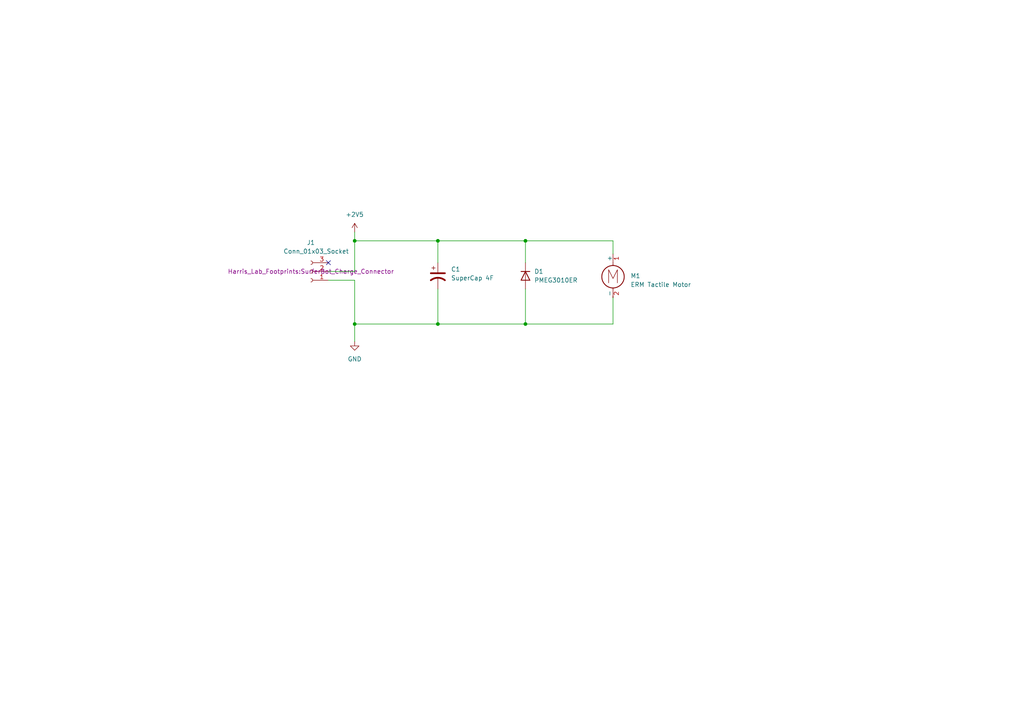
<source format=kicad_sch>
(kicad_sch (version 20231120) (generator "eeschema") (generator_version "8.0")
  (paper "A4")
  (lib_symbols
    (symbol "Connector:Conn_01x03_Socket" (pin_names (offset 1.016) hide)
      (property "Reference" "J" (at 0 5.08 0))
      (property "Value" "Conn_01x03_Socket" (at 0 -5.08 0))
      (symbol "Conn_01x03_Socket_1_1"
        (arc (start 0 -2.032) (mid -0.5058 -2.54) (end 0 -3.048) (stroke (width 0.1524)))
        (polyline (pts (xy -1.27 -2.54) (xy -0.508 -2.54)) (stroke (width 0.1524)))
        (polyline (pts (xy -1.27 0) (xy -0.508 0)) (stroke (width 0.1524)))
        (polyline (pts (xy -1.27 2.54) (xy -0.508 2.54)) (stroke (width 0.1524)))
        (arc (start 0 0.508) (mid -0.5058 0) (end 0 -0.508) (stroke (width 0.1524)))
        (arc (start 0 3.048) (mid -0.5058 2.54) (end 0 2.032) (stroke (width 0.1524)))
        (pin passive line (at -5.08 2.54 0) (length 3.81) (name "Pin_1") (number "1"))
        (pin passive line (at -5.08 0 0) (length 3.81) (name "Pin_2") (number "2"))
        (pin passive line (at -5.08 -2.54 0) (length 3.81) (name "Pin_3") (number "3"))
      )
    )
    (symbol "Device:C_Polarized_US" (pin_numbers hide) (pin_names (offset 0.254) hide)
      (property "Reference" "C" (at 0.635 2.54 0))
      (property "Value" "C_Polarized_US" (at 0.635 -2.54 0))
      (symbol "C_Polarized_US_0_1"
        (polyline (pts (xy -2.032 0.762) (xy 2.032 0.762)) (stroke (width 0.508)))
        (polyline (pts (xy -1.778 2.286) (xy -0.762 2.286)))
        (polyline (pts (xy -1.27 1.778) (xy -1.27 2.794)))
        (arc (start 2.032 -1.27) (mid 0 -0.5572) (end -2.032 -1.27) (stroke (width 0.508)))
      )
      (symbol "C_Polarized_US_1_1"
        (pin passive line (at 0 3.81 270) (length 2.794) (name "~") (number "1"))
        (pin passive line (at 0 -3.81 90) (length 3.302) (name "~") (number "2"))
      )
    )
    (symbol "Device:D" (pin_numbers hide) (pin_names (offset 1.016) hide)
      (property "Reference" "D" (at 0 2.54 0))
      (property "Value" "D" (at 0 -2.54 0))
      (symbol "D_0_1"
        (polyline (pts (xy -1.27 1.27) (xy -1.27 -1.27)) (stroke (width 0.254)))
        (polyline (pts (xy 1.27 0) (xy -1.27 0)))
        (polyline (pts (xy 1.27 1.27) (xy 1.27 -1.27) (xy -1.27 0) (xy 1.27 1.27)) (stroke (width 0.254)))
      )
      (symbol "D_1_1"
        (pin passive line (at -3.81 0 0) (length 2.54) (name "K") (number "1"))
        (pin passive line (at 3.81 0 180) (length 2.54) (name "A") (number "2"))
      )
    )
    (symbol "Motor:Motor_DC" (pin_names (offset 0))
      (property "Reference" "M" (at 2.54 2.54 0))
      (property "Value" "Motor_DC" (at 2.54 -5.08 0))
      (symbol "Motor_DC_0_0"
        (polyline (pts (xy -1.27 -3.302) (xy -1.27 0.508) (xy 0 -2.032) (xy 1.27 0.508) (xy 1.27 -3.302)))
      )
      (symbol "Motor_DC_0_1"
        (circle (center 0 -1.524) (radius 3.2512) (stroke (width 0.254)))
        (polyline (pts (xy 0 -7.62) (xy 0 -7.112)))
        (polyline (pts (xy 0 -4.7752) (xy 0 -5.1816)))
        (polyline (pts (xy 0 1.7272) (xy 0 2.0828)))
        (polyline (pts (xy 0 2.032) (xy 0 2.54)))
      )
      (symbol "Motor_DC_1_1"
        (pin passive line (at 0 5.08 270) (length 2.54) (name "+") (number "1"))
        (pin passive line (at 0 -7.62 90) (length 2.54) (name "-") (number "2"))
      )
    )
    (symbol "power:+2V5" (power) (pin_numbers hide) (pin_names (offset 0) hide)
      (property "Value" "+2V5" (at 0 3.556 0))
      (symbol "+2V5_0_1"
        (polyline (pts (xy -0.762 1.27) (xy 0 2.54)))
        (polyline (pts (xy 0 0) (xy 0 2.54)))
        (polyline (pts (xy 0 2.54) (xy 0.762 1.27)))
      )
      (symbol "+2V5_1_1"
        (pin power_in line (at 0 0 90) (length 0) (name "~") (number "1"))
      )
    )
    (symbol "power:GND" (power) (pin_numbers hide) (pin_names (offset 0) hide)
      (property "Value" "GND" (at 0 -3.81 0))
      (symbol "GND_0_1"
        (polyline (pts (xy 0 0) (xy 0 -1.27) (xy 1.27 -1.27) (xy 0 -2.54) (xy -1.27 -1.27) (xy 0 -1.27)))
      )
      (symbol "GND_1_1"
        (pin power_in line (at 0 0 270) (length 0) (name "~") (number "1"))
      )
    )
  )
  (junction (at 102.87 93.98))
  (junction (at 127 93.98))
  (junction (at 127 69.85))
  (junction (at 152.4 69.85))
  (junction (at 152.4 93.98))
  (junction (at 102.87 69.85))
  (no_connect (at 95.25 76.2))
  (wire (pts (xy 102.87 81.28) (xy 102.87 93.98)))
  (wire (pts (xy 127 69.85) (xy 152.4 69.85)))
  (wire (pts (xy 152.4 93.98) (xy 177.8 93.98)))
  (wire (pts (xy 152.4 69.85) (xy 152.4 76.2)))
  (wire (pts (xy 127 69.85) (xy 127 76.2)))
  (wire (pts (xy 102.87 93.98) (xy 127 93.98)))
  (wire (pts (xy 177.8 86.36) (xy 177.8 93.98)))
  (wire (pts (xy 152.4 83.82) (xy 152.4 93.98)))
  (wire (pts (xy 127 83.82) (xy 127 93.98)))
  (wire (pts (xy 95.25 81.28) (xy 102.87 81.28)))
  (wire (pts (xy 102.87 93.98) (xy 102.87 99.06)))
  (wire (pts (xy 152.4 69.85) (xy 177.8 69.85)))
  (wire (pts (xy 127 93.98) (xy 152.4 93.98)))
  (wire (pts (xy 95.25 78.74) (xy 102.87 78.74)))
  (wire (pts (xy 102.87 78.74) (xy 102.87 69.85)))
  (wire (pts (xy 102.87 67.31) (xy 102.87 69.85)))
  (wire (pts (xy 177.8 69.85) (xy 177.8 73.66)))
  (wire (pts (xy 102.87 69.85) (xy 127 69.85)))
  (symbol (lib_id "power:GND") (at 102.87 99.06 0) (unit 1)
    (property "Reference" "#PWR02" (effects (hide yes)))
    (property "Value" "GND" (at 102.87 104.14 0))
    (property "Description" "Power symbol creates a global label with name \"GND\" , ground" (effects (hide yes)))
  )
  (symbol (lib_id "power:+2V5") (at 102.87 67.31 0) (unit 1)
    (property "Reference" "#PWR01" (effects (hide yes)))
    (property "Value" "+2V5" (at 102.87 62.23 0))
    (property "Description" "Power symbol creates a global label with name \"+2V5\"" (effects (hide yes)))
  )
  (symbol (lib_id "Device:C_Polarized_US") (at 127 80.01 0) (unit 1)
    (property "Reference" "C1" (at 130.81 78.1049 0) (effects (justify left)))
    (property "Value" "SuperCap 4F" (at 130.81 80.6449 0) (effects (justify left)))
    (property "Footprint" "Capacitor_THT:CP_Radial_D6.3mm_P2.50mm" (effects (hide yes)))
    (property "Datasheet" "https://en.cda-cap.com/wp-content/uploads/2024/10/Bus_Elx_DS_4012_CXHP_Series.pdf" (effects (hide yes)))
    (property "Description" "Polarized capacitor, US symbol" (effects (hide yes)))
  )
  (symbol (lib_id "Device:D") (at 152.4 80.01 270) (unit 1)
    (property "Reference" "D1" (at 154.94 78.7399 90) (effects (justify left)))
    (property "Value" "PMEG3010ER" (at 154.94 81.2799 90) (effects (justify left)))
    (property "Footprint" "Diode_SMD:D_SOD-123" (effects (hide yes)))
    (property "Datasheet" "https://assets.nexperia.com/documents/data-sheet/PMEG3010ER.pdf" (effects (hide yes)))
    (property "Description" "Diode" (effects (hide yes)))
    (property "Sim.Device" "D" (effects (hide yes)))
    (property "Sim.Pins" "1=K 2=A" (effects (hide yes)))
  )
  (symbol (lib_id "Motor:Motor_DC") (at 177.8 78.74 0) (unit 1)
    (property "Reference" "M1" (at 182.88 80.0099 0) (effects (justify left)))
    (property "Value" "ERM Tactile Motor" (at 182.88 82.5499 0) (effects (justify left)))
    (property "Footprint" "Harris_Lab_Footprints:ERM_Motor_Pads" (effects (hide yes)))
    (property "Description" "DC Motor" (effects (hide yes)))
  )
  (symbol (lib_id "Connector:Conn_01x03_Socket") (at 90.17 78.74 180) (unit 1)
    (property "Reference" "J1" (at 90.17 70.358 0))
    (property "Value" "Conn_01x03_Socket" (at 91.694 72.898 0))
    (property "Footprint" "Harris_Lab_Footprints:SurferBot_Charge_Connector" (at 90.17 78.74 0))
    (property "Description" "Generic connector, single row, 01x03, script generated" (effects (hide yes)))
  )
)
</source>
